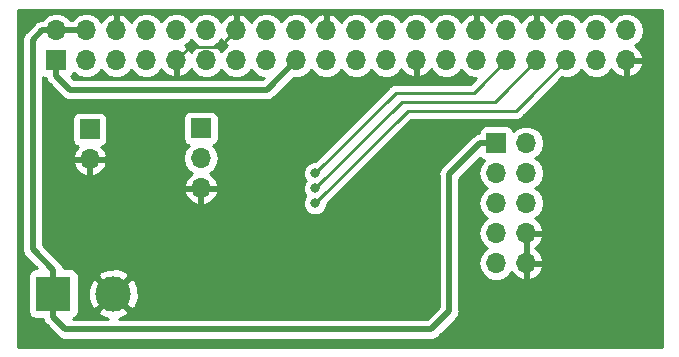
<source format=gbr>
G04 #@! TF.GenerationSoftware,KiCad,Pcbnew,(5.0.0)*
G04 #@! TF.CreationDate,2019-10-07T00:36:16+02:00*
G04 #@! TF.ProjectId,pizerospi,70697A65726F7370692E6B696361645F,rev?*
G04 #@! TF.SameCoordinates,Original*
G04 #@! TF.FileFunction,Copper,L2,Bot,Signal*
G04 #@! TF.FilePolarity,Positive*
%FSLAX46Y46*%
G04 Gerber Fmt 4.6, Leading zero omitted, Abs format (unit mm)*
G04 Created by KiCad (PCBNEW (5.0.0)) date 10/07/19 00:36:16*
%MOMM*%
%LPD*%
G01*
G04 APERTURE LIST*
G04 #@! TA.AperFunction,ComponentPad*
%ADD10O,1.700000X1.700000*%
G04 #@! TD*
G04 #@! TA.AperFunction,ComponentPad*
%ADD11R,1.700000X1.700000*%
G04 #@! TD*
G04 #@! TA.AperFunction,ComponentPad*
%ADD12C,3.000000*%
G04 #@! TD*
G04 #@! TA.AperFunction,ComponentPad*
%ADD13R,3.000000X3.000000*%
G04 #@! TD*
G04 #@! TA.AperFunction,ViaPad*
%ADD14C,0.800000*%
G04 #@! TD*
G04 #@! TA.AperFunction,Conductor*
%ADD15C,0.250000*%
G04 #@! TD*
G04 #@! TA.AperFunction,Conductor*
%ADD16C,0.500000*%
G04 #@! TD*
G04 #@! TA.AperFunction,Conductor*
%ADD17C,0.254000*%
G04 #@! TD*
G04 APERTURE END LIST*
D10*
G04 #@! TO.P,J1,10*
G04 #@! TO.N,PI_GND*
X61540000Y-38910000D03*
G04 #@! TO.P,J1,9*
G04 #@! TO.N,H75_MOSI*
X59000000Y-38910000D03*
G04 #@! TO.P,J1,8*
G04 #@! TO.N,PI_GND*
X61540000Y-36370000D03*
G04 #@! TO.P,J1,7*
G04 #@! TO.N,H75_SCK*
X59000000Y-36370000D03*
G04 #@! TO.P,J1,6*
G04 #@! TO.N,H75_SS*
X61540000Y-33830000D03*
G04 #@! TO.P,J1,5*
G04 #@! TO.N,H75_CLEAR*
X59000000Y-33830000D03*
G04 #@! TO.P,J1,4*
G04 #@! TO.N,H75_OE*
X61540000Y-31290000D03*
G04 #@! TO.P,J1,3*
G04 #@! TO.N,H75_SHIFT*
X59000000Y-31290000D03*
G04 #@! TO.P,J1,2*
G04 #@! TO.N,PI_5V*
X61540000Y-28750000D03*
D11*
G04 #@! TO.P,J1,1*
X59000000Y-28750000D03*
G04 #@! TD*
D10*
G04 #@! TO.P,J2,40*
G04 #@! TO.N,N/C*
X70010000Y-19210000D03*
G04 #@! TO.P,J2,39*
G04 #@! TO.N,PI_GND*
X70010000Y-21750000D03*
G04 #@! TO.P,J2,38*
G04 #@! TO.N,N/C*
X67470000Y-19210000D03*
G04 #@! TO.P,J2,37*
X67470000Y-21750000D03*
G04 #@! TO.P,J2,36*
X64930000Y-19210000D03*
G04 #@! TO.P,J2,35*
G04 #@! TO.N,PI_GPIO_19*
X64930000Y-21750000D03*
G04 #@! TO.P,J2,34*
G04 #@! TO.N,PI_GND*
X62390000Y-19210000D03*
G04 #@! TO.P,J2,33*
G04 #@! TO.N,PI_GPIO_13*
X62390000Y-21750000D03*
G04 #@! TO.P,J2,32*
G04 #@! TO.N,N/C*
X59850000Y-19210000D03*
G04 #@! TO.P,J2,31*
G04 #@! TO.N,PI_GPIO_06*
X59850000Y-21750000D03*
G04 #@! TO.P,J2,30*
G04 #@! TO.N,PI_GND*
X57310000Y-19210000D03*
G04 #@! TO.P,J2,29*
G04 #@! TO.N,PI_GPIO_05*
X57310000Y-21750000D03*
G04 #@! TO.P,J2,28*
G04 #@! TO.N,N/C*
X54770000Y-19210000D03*
G04 #@! TO.P,J2,27*
X54770000Y-21750000D03*
G04 #@! TO.P,J2,26*
X52230000Y-19210000D03*
G04 #@! TO.P,J2,25*
G04 #@! TO.N,PI_GND*
X52230000Y-21750000D03*
G04 #@! TO.P,J2,24*
G04 #@! TO.N,N/C*
X49690000Y-19210000D03*
G04 #@! TO.P,J2,23*
G04 #@! TO.N,PI_GPIO_11_SCLK*
X49690000Y-21750000D03*
G04 #@! TO.P,J2,22*
G04 #@! TO.N,N/C*
X47150000Y-19210000D03*
G04 #@! TO.P,J2,21*
X47150000Y-21750000D03*
G04 #@! TO.P,J2,20*
G04 #@! TO.N,PI_GND*
X44610000Y-19210000D03*
G04 #@! TO.P,J2,19*
G04 #@! TO.N,PI_GPIO_10_MOSI*
X44610000Y-21750000D03*
G04 #@! TO.P,J2,18*
G04 #@! TO.N,N/C*
X42070000Y-19210000D03*
G04 #@! TO.P,J2,17*
G04 #@! TO.N,PI_3V3*
X42070000Y-21750000D03*
G04 #@! TO.P,J2,16*
G04 #@! TO.N,N/C*
X39530000Y-19210000D03*
G04 #@! TO.P,J2,15*
X39530000Y-21750000D03*
G04 #@! TO.P,J2,14*
G04 #@! TO.N,PI_GND*
X36990000Y-19210000D03*
G04 #@! TO.P,J2,13*
G04 #@! TO.N,N/C*
X36990000Y-21750000D03*
G04 #@! TO.P,J2,12*
X34450000Y-19210000D03*
G04 #@! TO.P,J2,11*
X34450000Y-21750000D03*
G04 #@! TO.P,J2,10*
G04 #@! TO.N,PI_GPIO_15_RXD*
X31910000Y-19210000D03*
G04 #@! TO.P,J2,9*
G04 #@! TO.N,PI_GND*
X31910000Y-21750000D03*
G04 #@! TO.P,J2,8*
G04 #@! TO.N,PI_GPIO_14_TXD*
X29370000Y-19210000D03*
G04 #@! TO.P,J2,7*
G04 #@! TO.N,PI_GPIO_04*
X29370000Y-21750000D03*
G04 #@! TO.P,J2,6*
G04 #@! TO.N,PI_GND*
X26830000Y-19210000D03*
G04 #@! TO.P,J2,5*
G04 #@! TO.N,N/C*
X26830000Y-21750000D03*
G04 #@! TO.P,J2,4*
G04 #@! TO.N,PI_5V*
X24290000Y-19210000D03*
G04 #@! TO.P,J2,3*
G04 #@! TO.N,N/C*
X24290000Y-21750000D03*
G04 #@! TO.P,J2,2*
G04 #@! TO.N,PI_5V*
X21750000Y-19210000D03*
D11*
G04 #@! TO.P,J2,1*
G04 #@! TO.N,PI_3V3*
X21750000Y-21750000D03*
G04 #@! TD*
D12*
G04 #@! TO.P,J3,2*
G04 #@! TO.N,PI_GND*
X26580000Y-41500000D03*
D13*
G04 #@! TO.P,J3,1*
G04 #@! TO.N,PI_5V*
X21500000Y-41500000D03*
G04 #@! TD*
D10*
G04 #@! TO.P,J4,2*
G04 #@! TO.N,PI_GND*
X24575001Y-30115001D03*
D11*
G04 #@! TO.P,J4,1*
G04 #@! TO.N,PI_GPIO_04*
X24575001Y-27575001D03*
G04 #@! TD*
D10*
G04 #@! TO.P,J5,3*
G04 #@! TO.N,PI_GND*
X34000000Y-32580000D03*
G04 #@! TO.P,J5,2*
G04 #@! TO.N,PI_GPIO_15_RXD*
X34000000Y-30040000D03*
D11*
G04 #@! TO.P,J5,1*
G04 #@! TO.N,PI_GPIO_14_TXD*
X34000000Y-27500000D03*
G04 #@! TD*
D14*
G04 #@! TO.N,PI_GPIO_19*
X43655000Y-33845000D03*
G04 #@! TO.N,PI_GPIO_13*
X43675000Y-32575000D03*
G04 #@! TO.N,PI_GPIO_06*
X43695000Y-31305000D03*
G04 #@! TD*
D15*
G04 #@! TO.N,PI_GND*
X36140001Y-20059999D02*
X36990000Y-19210000D01*
X35625001Y-20574999D02*
X36140001Y-20059999D01*
X33085001Y-20574999D02*
X35625001Y-20574999D01*
X31910000Y-21750000D02*
X33085001Y-20574999D01*
D16*
G04 #@! TO.N,PI_5V*
X21750000Y-19210000D02*
X24290000Y-19210000D01*
X19757919Y-20000000D02*
X19757919Y-28757919D01*
X20547919Y-19210000D02*
X19757919Y-20000000D01*
X21750000Y-19210000D02*
X20547919Y-19210000D01*
X19757919Y-37757919D02*
X19757919Y-28757919D01*
X21500000Y-39500000D02*
X19757919Y-37757919D01*
X21500000Y-41500000D02*
X21500000Y-39500000D01*
X22500000Y-44500000D02*
X53500000Y-44500000D01*
X21500000Y-43500000D02*
X22500000Y-44500000D01*
X21500000Y-41500000D02*
X21500000Y-43500000D01*
X53500000Y-44500000D02*
X55000000Y-43000000D01*
X57650000Y-28750000D02*
X59000000Y-28750000D01*
X55000000Y-31400000D02*
X57650000Y-28750000D01*
X55000000Y-43000000D02*
X55000000Y-31400000D01*
D15*
G04 #@! TO.N,PI_GPIO_19*
X64930000Y-21750000D02*
X61680000Y-25000000D01*
X60680000Y-26000000D02*
X61680000Y-25000000D01*
X51500000Y-26000000D02*
X60680000Y-26000000D01*
X51500000Y-26000000D02*
X43655000Y-33845000D01*
G04 #@! TO.N,PI_GPIO_13*
X62390000Y-21750000D02*
X59640000Y-24500000D01*
X58890000Y-25250000D02*
X59640000Y-24500000D01*
X51000000Y-25250000D02*
X58890000Y-25250000D01*
X51000000Y-25250000D02*
X43675000Y-32575000D01*
G04 #@! TO.N,PI_GPIO_06*
X57600000Y-24000000D02*
X59850000Y-21750000D01*
X57100000Y-24500000D02*
X57600000Y-24000000D01*
X50500000Y-24500000D02*
X57100000Y-24500000D01*
X43695000Y-31305000D02*
X50500000Y-24500000D01*
D16*
G04 #@! TO.N,PI_3V3*
X42070000Y-21750000D02*
X39570000Y-24250000D01*
X21750000Y-23100000D02*
X21750000Y-21750000D01*
X22900000Y-24250000D02*
X21750000Y-23100000D01*
X39570000Y-24250000D02*
X22900000Y-24250000D01*
G04 #@! TD*
D17*
G04 #@! TO.N,PI_GND*
G36*
X73015000Y-46015000D02*
X18485000Y-46015000D01*
X18485000Y-20000000D01*
X18855582Y-20000000D01*
X18872919Y-20087161D01*
X18872920Y-28670754D01*
X18872919Y-37670758D01*
X18855582Y-37757919D01*
X18872919Y-37845080D01*
X18872919Y-37845083D01*
X18924267Y-38103228D01*
X19119870Y-38395968D01*
X19193766Y-38445344D01*
X20100981Y-39352560D01*
X20000000Y-39352560D01*
X19752235Y-39401843D01*
X19542191Y-39542191D01*
X19401843Y-39752235D01*
X19352560Y-40000000D01*
X19352560Y-43000000D01*
X19401843Y-43247765D01*
X19542191Y-43457809D01*
X19752235Y-43598157D01*
X20000000Y-43647440D01*
X20626990Y-43647440D01*
X20666348Y-43845309D01*
X20812576Y-44064154D01*
X20812578Y-44064156D01*
X20861952Y-44138049D01*
X20935845Y-44187423D01*
X21812577Y-45064156D01*
X21861951Y-45138049D01*
X21935844Y-45187423D01*
X21935845Y-45187424D01*
X22154690Y-45333652D01*
X22412835Y-45385000D01*
X22412839Y-45385000D01*
X22500000Y-45402337D01*
X22587161Y-45385000D01*
X53412839Y-45385000D01*
X53500000Y-45402337D01*
X53587161Y-45385000D01*
X53587165Y-45385000D01*
X53845310Y-45333652D01*
X54138049Y-45138049D01*
X54187425Y-45064153D01*
X55564156Y-43687423D01*
X55638049Y-43638049D01*
X55833652Y-43345310D01*
X55885000Y-43087165D01*
X55885000Y-43087161D01*
X55902337Y-43000001D01*
X55885000Y-42912841D01*
X55885000Y-31766578D01*
X57652769Y-29998810D01*
X57692191Y-30057809D01*
X57902235Y-30198157D01*
X57947619Y-30207184D01*
X57929375Y-30219375D01*
X57601161Y-30710582D01*
X57485908Y-31290000D01*
X57601161Y-31869418D01*
X57929375Y-32360625D01*
X58227761Y-32560000D01*
X57929375Y-32759375D01*
X57601161Y-33250582D01*
X57485908Y-33830000D01*
X57601161Y-34409418D01*
X57929375Y-34900625D01*
X58227761Y-35100000D01*
X57929375Y-35299375D01*
X57601161Y-35790582D01*
X57485908Y-36370000D01*
X57601161Y-36949418D01*
X57929375Y-37440625D01*
X58227761Y-37640000D01*
X57929375Y-37839375D01*
X57601161Y-38330582D01*
X57485908Y-38910000D01*
X57601161Y-39489418D01*
X57929375Y-39980625D01*
X58420582Y-40308839D01*
X58853744Y-40395000D01*
X59146256Y-40395000D01*
X59579418Y-40308839D01*
X60070625Y-39980625D01*
X60271353Y-39680214D01*
X60658642Y-40105183D01*
X61183108Y-40351486D01*
X61413000Y-40230819D01*
X61413000Y-39037000D01*
X61667000Y-39037000D01*
X61667000Y-40230819D01*
X61896892Y-40351486D01*
X62421358Y-40105183D01*
X62811645Y-39676924D01*
X62981476Y-39266890D01*
X62860155Y-39037000D01*
X61667000Y-39037000D01*
X61413000Y-39037000D01*
X61393000Y-39037000D01*
X61393000Y-38783000D01*
X61413000Y-38783000D01*
X61413000Y-36497000D01*
X61667000Y-36497000D01*
X61667000Y-38783000D01*
X62860155Y-38783000D01*
X62981476Y-38553110D01*
X62811645Y-38143076D01*
X62421358Y-37714817D01*
X62262046Y-37640000D01*
X62421358Y-37565183D01*
X62811645Y-37136924D01*
X62981476Y-36726890D01*
X62860155Y-36497000D01*
X61667000Y-36497000D01*
X61413000Y-36497000D01*
X61393000Y-36497000D01*
X61393000Y-36243000D01*
X61413000Y-36243000D01*
X61413000Y-36223000D01*
X61667000Y-36223000D01*
X61667000Y-36243000D01*
X62860155Y-36243000D01*
X62981476Y-36013110D01*
X62811645Y-35603076D01*
X62421358Y-35174817D01*
X62291522Y-35113843D01*
X62610625Y-34900625D01*
X62938839Y-34409418D01*
X63054092Y-33830000D01*
X62938839Y-33250582D01*
X62610625Y-32759375D01*
X62312239Y-32560000D01*
X62610625Y-32360625D01*
X62938839Y-31869418D01*
X63054092Y-31290000D01*
X62938839Y-30710582D01*
X62610625Y-30219375D01*
X62312239Y-30020000D01*
X62610625Y-29820625D01*
X62938839Y-29329418D01*
X63054092Y-28750000D01*
X62938839Y-28170582D01*
X62610625Y-27679375D01*
X62119418Y-27351161D01*
X61686256Y-27265000D01*
X61393744Y-27265000D01*
X60960582Y-27351161D01*
X60469375Y-27679375D01*
X60457184Y-27697619D01*
X60448157Y-27652235D01*
X60307809Y-27442191D01*
X60097765Y-27301843D01*
X59850000Y-27252560D01*
X58150000Y-27252560D01*
X57902235Y-27301843D01*
X57692191Y-27442191D01*
X57551843Y-27652235D01*
X57507326Y-27876041D01*
X57304690Y-27916348D01*
X57085845Y-28062576D01*
X57085844Y-28062577D01*
X57011951Y-28111951D01*
X56962577Y-28185844D01*
X54435845Y-30712577D01*
X54361952Y-30761951D01*
X54312578Y-30835844D01*
X54312576Y-30835846D01*
X54166348Y-31054691D01*
X54097663Y-31400000D01*
X54115001Y-31487165D01*
X54115000Y-42633421D01*
X53133422Y-43615000D01*
X27073143Y-43615000D01*
X27754582Y-43332739D01*
X27914365Y-43013970D01*
X26580000Y-41679605D01*
X25245635Y-43013970D01*
X25405418Y-43332739D01*
X26125466Y-43615000D01*
X23163089Y-43615000D01*
X23247765Y-43598157D01*
X23457809Y-43457809D01*
X23598157Y-43247765D01*
X23647440Y-43000000D01*
X23647440Y-41116187D01*
X24437277Y-41116187D01*
X24453503Y-41965387D01*
X24747261Y-42674582D01*
X25066030Y-42834365D01*
X26400395Y-41500000D01*
X26759605Y-41500000D01*
X28093970Y-42834365D01*
X28412739Y-42674582D01*
X28722723Y-41883813D01*
X28706497Y-41034613D01*
X28412739Y-40325418D01*
X28093970Y-40165635D01*
X26759605Y-41500000D01*
X26400395Y-41500000D01*
X25066030Y-40165635D01*
X24747261Y-40325418D01*
X24437277Y-41116187D01*
X23647440Y-41116187D01*
X23647440Y-40000000D01*
X23644662Y-39986030D01*
X25245635Y-39986030D01*
X26580000Y-41320395D01*
X27914365Y-39986030D01*
X27754582Y-39667261D01*
X26963813Y-39357277D01*
X26114613Y-39373503D01*
X25405418Y-39667261D01*
X25245635Y-39986030D01*
X23644662Y-39986030D01*
X23598157Y-39752235D01*
X23457809Y-39542191D01*
X23247765Y-39401843D01*
X23000000Y-39352560D01*
X22373011Y-39352560D01*
X22333652Y-39154690D01*
X22138049Y-38861951D01*
X22064156Y-38812577D01*
X20642919Y-37391341D01*
X20642919Y-32936890D01*
X32558524Y-32936890D01*
X32728355Y-33346924D01*
X33118642Y-33775183D01*
X33643108Y-34021486D01*
X33873000Y-33900819D01*
X33873000Y-32707000D01*
X34127000Y-32707000D01*
X34127000Y-33900819D01*
X34356892Y-34021486D01*
X34881358Y-33775183D01*
X35271645Y-33346924D01*
X35441476Y-32936890D01*
X35320155Y-32707000D01*
X34127000Y-32707000D01*
X33873000Y-32707000D01*
X32679845Y-32707000D01*
X32558524Y-32936890D01*
X20642919Y-32936890D01*
X20642919Y-30471891D01*
X23133525Y-30471891D01*
X23303356Y-30881925D01*
X23693643Y-31310184D01*
X24218109Y-31556487D01*
X24448001Y-31435820D01*
X24448001Y-30242001D01*
X24702001Y-30242001D01*
X24702001Y-31435820D01*
X24931893Y-31556487D01*
X25456359Y-31310184D01*
X25846646Y-30881925D01*
X26016477Y-30471891D01*
X25895156Y-30242001D01*
X24702001Y-30242001D01*
X24448001Y-30242001D01*
X23254846Y-30242001D01*
X23133525Y-30471891D01*
X20642919Y-30471891D01*
X20642919Y-30040000D01*
X32485908Y-30040000D01*
X32601161Y-30619418D01*
X32929375Y-31110625D01*
X33248478Y-31323843D01*
X33118642Y-31384817D01*
X32728355Y-31813076D01*
X32558524Y-32223110D01*
X32679845Y-32453000D01*
X33873000Y-32453000D01*
X33873000Y-32433000D01*
X34127000Y-32433000D01*
X34127000Y-32453000D01*
X35320155Y-32453000D01*
X35441476Y-32223110D01*
X35271645Y-31813076D01*
X34881358Y-31384817D01*
X34751522Y-31323843D01*
X35070625Y-31110625D01*
X35398839Y-30619418D01*
X35514092Y-30040000D01*
X35398839Y-29460582D01*
X35070625Y-28969375D01*
X35052381Y-28957184D01*
X35097765Y-28948157D01*
X35307809Y-28807809D01*
X35448157Y-28597765D01*
X35497440Y-28350000D01*
X35497440Y-26650000D01*
X35448157Y-26402235D01*
X35307809Y-26192191D01*
X35097765Y-26051843D01*
X34850000Y-26002560D01*
X33150000Y-26002560D01*
X32902235Y-26051843D01*
X32692191Y-26192191D01*
X32551843Y-26402235D01*
X32502560Y-26650000D01*
X32502560Y-28350000D01*
X32551843Y-28597765D01*
X32692191Y-28807809D01*
X32902235Y-28948157D01*
X32947619Y-28957184D01*
X32929375Y-28969375D01*
X32601161Y-29460582D01*
X32485908Y-30040000D01*
X20642919Y-30040000D01*
X20642919Y-26725001D01*
X23077561Y-26725001D01*
X23077561Y-28425001D01*
X23126844Y-28672766D01*
X23267192Y-28882810D01*
X23477236Y-29023158D01*
X23580709Y-29043740D01*
X23303356Y-29348077D01*
X23133525Y-29758111D01*
X23254846Y-29988001D01*
X24448001Y-29988001D01*
X24448001Y-29968001D01*
X24702001Y-29968001D01*
X24702001Y-29988001D01*
X25895156Y-29988001D01*
X26016477Y-29758111D01*
X25846646Y-29348077D01*
X25569293Y-29043740D01*
X25672766Y-29023158D01*
X25882810Y-28882810D01*
X26023158Y-28672766D01*
X26072441Y-28425001D01*
X26072441Y-26725001D01*
X26023158Y-26477236D01*
X25882810Y-26267192D01*
X25672766Y-26126844D01*
X25425001Y-26077561D01*
X23725001Y-26077561D01*
X23477236Y-26126844D01*
X23267192Y-26267192D01*
X23126844Y-26477236D01*
X23077561Y-26725001D01*
X20642919Y-26725001D01*
X20642919Y-23191932D01*
X20652235Y-23198157D01*
X20876042Y-23242674D01*
X20916348Y-23445309D01*
X21111951Y-23738049D01*
X21185847Y-23787425D01*
X22212577Y-24814156D01*
X22261951Y-24888049D01*
X22335844Y-24937423D01*
X22335845Y-24937424D01*
X22501227Y-25047929D01*
X22554690Y-25083652D01*
X22812835Y-25135000D01*
X22812839Y-25135000D01*
X22900000Y-25152337D01*
X22987161Y-25135000D01*
X39482839Y-25135000D01*
X39570000Y-25152337D01*
X39657161Y-25135000D01*
X39657165Y-25135000D01*
X39915310Y-25083652D01*
X40208049Y-24888049D01*
X40257425Y-24814153D01*
X41851040Y-23220538D01*
X41923744Y-23235000D01*
X42216256Y-23235000D01*
X42649418Y-23148839D01*
X43140625Y-22820625D01*
X43340000Y-22522239D01*
X43539375Y-22820625D01*
X44030582Y-23148839D01*
X44463744Y-23235000D01*
X44756256Y-23235000D01*
X45189418Y-23148839D01*
X45680625Y-22820625D01*
X45880000Y-22522239D01*
X46079375Y-22820625D01*
X46570582Y-23148839D01*
X47003744Y-23235000D01*
X47296256Y-23235000D01*
X47729418Y-23148839D01*
X48220625Y-22820625D01*
X48420000Y-22522239D01*
X48619375Y-22820625D01*
X49110582Y-23148839D01*
X49543744Y-23235000D01*
X49836256Y-23235000D01*
X50269418Y-23148839D01*
X50760625Y-22820625D01*
X50973843Y-22501522D01*
X51034817Y-22631358D01*
X51463076Y-23021645D01*
X51873110Y-23191476D01*
X52103000Y-23070155D01*
X52103000Y-21877000D01*
X52083000Y-21877000D01*
X52083000Y-21623000D01*
X52103000Y-21623000D01*
X52103000Y-21603000D01*
X52357000Y-21603000D01*
X52357000Y-21623000D01*
X52377000Y-21623000D01*
X52377000Y-21877000D01*
X52357000Y-21877000D01*
X52357000Y-23070155D01*
X52586890Y-23191476D01*
X52996924Y-23021645D01*
X53425183Y-22631358D01*
X53486157Y-22501522D01*
X53699375Y-22820625D01*
X54190582Y-23148839D01*
X54623744Y-23235000D01*
X54916256Y-23235000D01*
X55349418Y-23148839D01*
X55840625Y-22820625D01*
X56040000Y-22522239D01*
X56239375Y-22820625D01*
X56730582Y-23148839D01*
X57163744Y-23235000D01*
X57290199Y-23235000D01*
X57115530Y-23409669D01*
X57115527Y-23409671D01*
X56785199Y-23740000D01*
X50574846Y-23740000D01*
X50499999Y-23725112D01*
X50425152Y-23740000D01*
X50425148Y-23740000D01*
X50203463Y-23784096D01*
X50203461Y-23784097D01*
X50203462Y-23784097D01*
X50015526Y-23909671D01*
X50015524Y-23909673D01*
X49952071Y-23952071D01*
X49909673Y-24015524D01*
X43655199Y-30270000D01*
X43489126Y-30270000D01*
X43108720Y-30427569D01*
X42817569Y-30718720D01*
X42660000Y-31099126D01*
X42660000Y-31510874D01*
X42817569Y-31891280D01*
X42856289Y-31930000D01*
X42797569Y-31988720D01*
X42640000Y-32369126D01*
X42640000Y-32780874D01*
X42797569Y-33161280D01*
X42836289Y-33200000D01*
X42777569Y-33258720D01*
X42620000Y-33639126D01*
X42620000Y-34050874D01*
X42777569Y-34431280D01*
X43068720Y-34722431D01*
X43449126Y-34880000D01*
X43860874Y-34880000D01*
X44241280Y-34722431D01*
X44532431Y-34431280D01*
X44690000Y-34050874D01*
X44690000Y-33884801D01*
X51814803Y-26760000D01*
X60605153Y-26760000D01*
X60680000Y-26774888D01*
X60754847Y-26760000D01*
X60754852Y-26760000D01*
X60976537Y-26715904D01*
X61227929Y-26547929D01*
X61270331Y-26484470D01*
X62270329Y-25484473D01*
X62270331Y-25484470D01*
X64563592Y-23191209D01*
X64783744Y-23235000D01*
X65076256Y-23235000D01*
X65509418Y-23148839D01*
X66000625Y-22820625D01*
X66200000Y-22522239D01*
X66399375Y-22820625D01*
X66890582Y-23148839D01*
X67323744Y-23235000D01*
X67616256Y-23235000D01*
X68049418Y-23148839D01*
X68540625Y-22820625D01*
X68753843Y-22501522D01*
X68814817Y-22631358D01*
X69243076Y-23021645D01*
X69653110Y-23191476D01*
X69883000Y-23070155D01*
X69883000Y-21877000D01*
X70137000Y-21877000D01*
X70137000Y-23070155D01*
X70366890Y-23191476D01*
X70776924Y-23021645D01*
X71205183Y-22631358D01*
X71451486Y-22106892D01*
X71330819Y-21877000D01*
X70137000Y-21877000D01*
X69883000Y-21877000D01*
X69863000Y-21877000D01*
X69863000Y-21623000D01*
X69883000Y-21623000D01*
X69883000Y-21603000D01*
X70137000Y-21603000D01*
X70137000Y-21623000D01*
X71330819Y-21623000D01*
X71451486Y-21393108D01*
X71205183Y-20868642D01*
X70780214Y-20481353D01*
X71080625Y-20280625D01*
X71408839Y-19789418D01*
X71524092Y-19210000D01*
X71408839Y-18630582D01*
X71080625Y-18139375D01*
X70589418Y-17811161D01*
X70156256Y-17725000D01*
X69863744Y-17725000D01*
X69430582Y-17811161D01*
X68939375Y-18139375D01*
X68740000Y-18437761D01*
X68540625Y-18139375D01*
X68049418Y-17811161D01*
X67616256Y-17725000D01*
X67323744Y-17725000D01*
X66890582Y-17811161D01*
X66399375Y-18139375D01*
X66200000Y-18437761D01*
X66000625Y-18139375D01*
X65509418Y-17811161D01*
X65076256Y-17725000D01*
X64783744Y-17725000D01*
X64350582Y-17811161D01*
X63859375Y-18139375D01*
X63646157Y-18458478D01*
X63585183Y-18328642D01*
X63156924Y-17938355D01*
X62746890Y-17768524D01*
X62517000Y-17889845D01*
X62517000Y-19083000D01*
X62537000Y-19083000D01*
X62537000Y-19337000D01*
X62517000Y-19337000D01*
X62517000Y-19357000D01*
X62263000Y-19357000D01*
X62263000Y-19337000D01*
X62243000Y-19337000D01*
X62243000Y-19083000D01*
X62263000Y-19083000D01*
X62263000Y-17889845D01*
X62033110Y-17768524D01*
X61623076Y-17938355D01*
X61194817Y-18328642D01*
X61133843Y-18458478D01*
X60920625Y-18139375D01*
X60429418Y-17811161D01*
X59996256Y-17725000D01*
X59703744Y-17725000D01*
X59270582Y-17811161D01*
X58779375Y-18139375D01*
X58566157Y-18458478D01*
X58505183Y-18328642D01*
X58076924Y-17938355D01*
X57666890Y-17768524D01*
X57437000Y-17889845D01*
X57437000Y-19083000D01*
X57457000Y-19083000D01*
X57457000Y-19337000D01*
X57437000Y-19337000D01*
X57437000Y-19357000D01*
X57183000Y-19357000D01*
X57183000Y-19337000D01*
X57163000Y-19337000D01*
X57163000Y-19083000D01*
X57183000Y-19083000D01*
X57183000Y-17889845D01*
X56953110Y-17768524D01*
X56543076Y-17938355D01*
X56114817Y-18328642D01*
X56053843Y-18458478D01*
X55840625Y-18139375D01*
X55349418Y-17811161D01*
X54916256Y-17725000D01*
X54623744Y-17725000D01*
X54190582Y-17811161D01*
X53699375Y-18139375D01*
X53500000Y-18437761D01*
X53300625Y-18139375D01*
X52809418Y-17811161D01*
X52376256Y-17725000D01*
X52083744Y-17725000D01*
X51650582Y-17811161D01*
X51159375Y-18139375D01*
X50960000Y-18437761D01*
X50760625Y-18139375D01*
X50269418Y-17811161D01*
X49836256Y-17725000D01*
X49543744Y-17725000D01*
X49110582Y-17811161D01*
X48619375Y-18139375D01*
X48420000Y-18437761D01*
X48220625Y-18139375D01*
X47729418Y-17811161D01*
X47296256Y-17725000D01*
X47003744Y-17725000D01*
X46570582Y-17811161D01*
X46079375Y-18139375D01*
X45866157Y-18458478D01*
X45805183Y-18328642D01*
X45376924Y-17938355D01*
X44966890Y-17768524D01*
X44737000Y-17889845D01*
X44737000Y-19083000D01*
X44757000Y-19083000D01*
X44757000Y-19337000D01*
X44737000Y-19337000D01*
X44737000Y-19357000D01*
X44483000Y-19357000D01*
X44483000Y-19337000D01*
X44463000Y-19337000D01*
X44463000Y-19083000D01*
X44483000Y-19083000D01*
X44483000Y-17889845D01*
X44253110Y-17768524D01*
X43843076Y-17938355D01*
X43414817Y-18328642D01*
X43353843Y-18458478D01*
X43140625Y-18139375D01*
X42649418Y-17811161D01*
X42216256Y-17725000D01*
X41923744Y-17725000D01*
X41490582Y-17811161D01*
X40999375Y-18139375D01*
X40800000Y-18437761D01*
X40600625Y-18139375D01*
X40109418Y-17811161D01*
X39676256Y-17725000D01*
X39383744Y-17725000D01*
X38950582Y-17811161D01*
X38459375Y-18139375D01*
X38246157Y-18458478D01*
X38185183Y-18328642D01*
X37756924Y-17938355D01*
X37346890Y-17768524D01*
X37117000Y-17889845D01*
X37117000Y-19083000D01*
X37137000Y-19083000D01*
X37137000Y-19337000D01*
X37117000Y-19337000D01*
X37117000Y-19357000D01*
X36863000Y-19357000D01*
X36863000Y-19337000D01*
X36843000Y-19337000D01*
X36843000Y-19083000D01*
X36863000Y-19083000D01*
X36863000Y-17889845D01*
X36633110Y-17768524D01*
X36223076Y-17938355D01*
X35794817Y-18328642D01*
X35733843Y-18458478D01*
X35520625Y-18139375D01*
X35029418Y-17811161D01*
X34596256Y-17725000D01*
X34303744Y-17725000D01*
X33870582Y-17811161D01*
X33379375Y-18139375D01*
X33180000Y-18437761D01*
X32980625Y-18139375D01*
X32489418Y-17811161D01*
X32056256Y-17725000D01*
X31763744Y-17725000D01*
X31330582Y-17811161D01*
X30839375Y-18139375D01*
X30640000Y-18437761D01*
X30440625Y-18139375D01*
X29949418Y-17811161D01*
X29516256Y-17725000D01*
X29223744Y-17725000D01*
X28790582Y-17811161D01*
X28299375Y-18139375D01*
X28086157Y-18458478D01*
X28025183Y-18328642D01*
X27596924Y-17938355D01*
X27186890Y-17768524D01*
X26957000Y-17889845D01*
X26957000Y-19083000D01*
X26977000Y-19083000D01*
X26977000Y-19337000D01*
X26957000Y-19337000D01*
X26957000Y-19357000D01*
X26703000Y-19357000D01*
X26703000Y-19337000D01*
X26683000Y-19337000D01*
X26683000Y-19083000D01*
X26703000Y-19083000D01*
X26703000Y-17889845D01*
X26473110Y-17768524D01*
X26063076Y-17938355D01*
X25634817Y-18328642D01*
X25573843Y-18458478D01*
X25360625Y-18139375D01*
X24869418Y-17811161D01*
X24436256Y-17725000D01*
X24143744Y-17725000D01*
X23710582Y-17811161D01*
X23219375Y-18139375D01*
X23095344Y-18325000D01*
X22944656Y-18325000D01*
X22820625Y-18139375D01*
X22329418Y-17811161D01*
X21896256Y-17725000D01*
X21603744Y-17725000D01*
X21170582Y-17811161D01*
X20679375Y-18139375D01*
X20564698Y-18311001D01*
X20547919Y-18307663D01*
X20460758Y-18325000D01*
X20460754Y-18325000D01*
X20202609Y-18376348D01*
X19983764Y-18522576D01*
X19983763Y-18522577D01*
X19909870Y-18571951D01*
X19860496Y-18645844D01*
X19193766Y-19312575D01*
X19119870Y-19361951D01*
X18924267Y-19654691D01*
X18872919Y-19912836D01*
X18872919Y-19912839D01*
X18855582Y-20000000D01*
X18485000Y-20000000D01*
X18485000Y-17485000D01*
X73015001Y-17485000D01*
X73015000Y-46015000D01*
X73015000Y-46015000D01*
G37*
X73015000Y-46015000D02*
X18485000Y-46015000D01*
X18485000Y-20000000D01*
X18855582Y-20000000D01*
X18872919Y-20087161D01*
X18872920Y-28670754D01*
X18872919Y-37670758D01*
X18855582Y-37757919D01*
X18872919Y-37845080D01*
X18872919Y-37845083D01*
X18924267Y-38103228D01*
X19119870Y-38395968D01*
X19193766Y-38445344D01*
X20100981Y-39352560D01*
X20000000Y-39352560D01*
X19752235Y-39401843D01*
X19542191Y-39542191D01*
X19401843Y-39752235D01*
X19352560Y-40000000D01*
X19352560Y-43000000D01*
X19401843Y-43247765D01*
X19542191Y-43457809D01*
X19752235Y-43598157D01*
X20000000Y-43647440D01*
X20626990Y-43647440D01*
X20666348Y-43845309D01*
X20812576Y-44064154D01*
X20812578Y-44064156D01*
X20861952Y-44138049D01*
X20935845Y-44187423D01*
X21812577Y-45064156D01*
X21861951Y-45138049D01*
X21935844Y-45187423D01*
X21935845Y-45187424D01*
X22154690Y-45333652D01*
X22412835Y-45385000D01*
X22412839Y-45385000D01*
X22500000Y-45402337D01*
X22587161Y-45385000D01*
X53412839Y-45385000D01*
X53500000Y-45402337D01*
X53587161Y-45385000D01*
X53587165Y-45385000D01*
X53845310Y-45333652D01*
X54138049Y-45138049D01*
X54187425Y-45064153D01*
X55564156Y-43687423D01*
X55638049Y-43638049D01*
X55833652Y-43345310D01*
X55885000Y-43087165D01*
X55885000Y-43087161D01*
X55902337Y-43000001D01*
X55885000Y-42912841D01*
X55885000Y-31766578D01*
X57652769Y-29998810D01*
X57692191Y-30057809D01*
X57902235Y-30198157D01*
X57947619Y-30207184D01*
X57929375Y-30219375D01*
X57601161Y-30710582D01*
X57485908Y-31290000D01*
X57601161Y-31869418D01*
X57929375Y-32360625D01*
X58227761Y-32560000D01*
X57929375Y-32759375D01*
X57601161Y-33250582D01*
X57485908Y-33830000D01*
X57601161Y-34409418D01*
X57929375Y-34900625D01*
X58227761Y-35100000D01*
X57929375Y-35299375D01*
X57601161Y-35790582D01*
X57485908Y-36370000D01*
X57601161Y-36949418D01*
X57929375Y-37440625D01*
X58227761Y-37640000D01*
X57929375Y-37839375D01*
X57601161Y-38330582D01*
X57485908Y-38910000D01*
X57601161Y-39489418D01*
X57929375Y-39980625D01*
X58420582Y-40308839D01*
X58853744Y-40395000D01*
X59146256Y-40395000D01*
X59579418Y-40308839D01*
X60070625Y-39980625D01*
X60271353Y-39680214D01*
X60658642Y-40105183D01*
X61183108Y-40351486D01*
X61413000Y-40230819D01*
X61413000Y-39037000D01*
X61667000Y-39037000D01*
X61667000Y-40230819D01*
X61896892Y-40351486D01*
X62421358Y-40105183D01*
X62811645Y-39676924D01*
X62981476Y-39266890D01*
X62860155Y-39037000D01*
X61667000Y-39037000D01*
X61413000Y-39037000D01*
X61393000Y-39037000D01*
X61393000Y-38783000D01*
X61413000Y-38783000D01*
X61413000Y-36497000D01*
X61667000Y-36497000D01*
X61667000Y-38783000D01*
X62860155Y-38783000D01*
X62981476Y-38553110D01*
X62811645Y-38143076D01*
X62421358Y-37714817D01*
X62262046Y-37640000D01*
X62421358Y-37565183D01*
X62811645Y-37136924D01*
X62981476Y-36726890D01*
X62860155Y-36497000D01*
X61667000Y-36497000D01*
X61413000Y-36497000D01*
X61393000Y-36497000D01*
X61393000Y-36243000D01*
X61413000Y-36243000D01*
X61413000Y-36223000D01*
X61667000Y-36223000D01*
X61667000Y-36243000D01*
X62860155Y-36243000D01*
X62981476Y-36013110D01*
X62811645Y-35603076D01*
X62421358Y-35174817D01*
X62291522Y-35113843D01*
X62610625Y-34900625D01*
X62938839Y-34409418D01*
X63054092Y-33830000D01*
X62938839Y-33250582D01*
X62610625Y-32759375D01*
X62312239Y-32560000D01*
X62610625Y-32360625D01*
X62938839Y-31869418D01*
X63054092Y-31290000D01*
X62938839Y-30710582D01*
X62610625Y-30219375D01*
X62312239Y-30020000D01*
X62610625Y-29820625D01*
X62938839Y-29329418D01*
X63054092Y-28750000D01*
X62938839Y-28170582D01*
X62610625Y-27679375D01*
X62119418Y-27351161D01*
X61686256Y-27265000D01*
X61393744Y-27265000D01*
X60960582Y-27351161D01*
X60469375Y-27679375D01*
X60457184Y-27697619D01*
X60448157Y-27652235D01*
X60307809Y-27442191D01*
X60097765Y-27301843D01*
X59850000Y-27252560D01*
X58150000Y-27252560D01*
X57902235Y-27301843D01*
X57692191Y-27442191D01*
X57551843Y-27652235D01*
X57507326Y-27876041D01*
X57304690Y-27916348D01*
X57085845Y-28062576D01*
X57085844Y-28062577D01*
X57011951Y-28111951D01*
X56962577Y-28185844D01*
X54435845Y-30712577D01*
X54361952Y-30761951D01*
X54312578Y-30835844D01*
X54312576Y-30835846D01*
X54166348Y-31054691D01*
X54097663Y-31400000D01*
X54115001Y-31487165D01*
X54115000Y-42633421D01*
X53133422Y-43615000D01*
X27073143Y-43615000D01*
X27754582Y-43332739D01*
X27914365Y-43013970D01*
X26580000Y-41679605D01*
X25245635Y-43013970D01*
X25405418Y-43332739D01*
X26125466Y-43615000D01*
X23163089Y-43615000D01*
X23247765Y-43598157D01*
X23457809Y-43457809D01*
X23598157Y-43247765D01*
X23647440Y-43000000D01*
X23647440Y-41116187D01*
X24437277Y-41116187D01*
X24453503Y-41965387D01*
X24747261Y-42674582D01*
X25066030Y-42834365D01*
X26400395Y-41500000D01*
X26759605Y-41500000D01*
X28093970Y-42834365D01*
X28412739Y-42674582D01*
X28722723Y-41883813D01*
X28706497Y-41034613D01*
X28412739Y-40325418D01*
X28093970Y-40165635D01*
X26759605Y-41500000D01*
X26400395Y-41500000D01*
X25066030Y-40165635D01*
X24747261Y-40325418D01*
X24437277Y-41116187D01*
X23647440Y-41116187D01*
X23647440Y-40000000D01*
X23644662Y-39986030D01*
X25245635Y-39986030D01*
X26580000Y-41320395D01*
X27914365Y-39986030D01*
X27754582Y-39667261D01*
X26963813Y-39357277D01*
X26114613Y-39373503D01*
X25405418Y-39667261D01*
X25245635Y-39986030D01*
X23644662Y-39986030D01*
X23598157Y-39752235D01*
X23457809Y-39542191D01*
X23247765Y-39401843D01*
X23000000Y-39352560D01*
X22373011Y-39352560D01*
X22333652Y-39154690D01*
X22138049Y-38861951D01*
X22064156Y-38812577D01*
X20642919Y-37391341D01*
X20642919Y-32936890D01*
X32558524Y-32936890D01*
X32728355Y-33346924D01*
X33118642Y-33775183D01*
X33643108Y-34021486D01*
X33873000Y-33900819D01*
X33873000Y-32707000D01*
X34127000Y-32707000D01*
X34127000Y-33900819D01*
X34356892Y-34021486D01*
X34881358Y-33775183D01*
X35271645Y-33346924D01*
X35441476Y-32936890D01*
X35320155Y-32707000D01*
X34127000Y-32707000D01*
X33873000Y-32707000D01*
X32679845Y-32707000D01*
X32558524Y-32936890D01*
X20642919Y-32936890D01*
X20642919Y-30471891D01*
X23133525Y-30471891D01*
X23303356Y-30881925D01*
X23693643Y-31310184D01*
X24218109Y-31556487D01*
X24448001Y-31435820D01*
X24448001Y-30242001D01*
X24702001Y-30242001D01*
X24702001Y-31435820D01*
X24931893Y-31556487D01*
X25456359Y-31310184D01*
X25846646Y-30881925D01*
X26016477Y-30471891D01*
X25895156Y-30242001D01*
X24702001Y-30242001D01*
X24448001Y-30242001D01*
X23254846Y-30242001D01*
X23133525Y-30471891D01*
X20642919Y-30471891D01*
X20642919Y-30040000D01*
X32485908Y-30040000D01*
X32601161Y-30619418D01*
X32929375Y-31110625D01*
X33248478Y-31323843D01*
X33118642Y-31384817D01*
X32728355Y-31813076D01*
X32558524Y-32223110D01*
X32679845Y-32453000D01*
X33873000Y-32453000D01*
X33873000Y-32433000D01*
X34127000Y-32433000D01*
X34127000Y-32453000D01*
X35320155Y-32453000D01*
X35441476Y-32223110D01*
X35271645Y-31813076D01*
X34881358Y-31384817D01*
X34751522Y-31323843D01*
X35070625Y-31110625D01*
X35398839Y-30619418D01*
X35514092Y-30040000D01*
X35398839Y-29460582D01*
X35070625Y-28969375D01*
X35052381Y-28957184D01*
X35097765Y-28948157D01*
X35307809Y-28807809D01*
X35448157Y-28597765D01*
X35497440Y-28350000D01*
X35497440Y-26650000D01*
X35448157Y-26402235D01*
X35307809Y-26192191D01*
X35097765Y-26051843D01*
X34850000Y-26002560D01*
X33150000Y-26002560D01*
X32902235Y-26051843D01*
X32692191Y-26192191D01*
X32551843Y-26402235D01*
X32502560Y-26650000D01*
X32502560Y-28350000D01*
X32551843Y-28597765D01*
X32692191Y-28807809D01*
X32902235Y-28948157D01*
X32947619Y-28957184D01*
X32929375Y-28969375D01*
X32601161Y-29460582D01*
X32485908Y-30040000D01*
X20642919Y-30040000D01*
X20642919Y-26725001D01*
X23077561Y-26725001D01*
X23077561Y-28425001D01*
X23126844Y-28672766D01*
X23267192Y-28882810D01*
X23477236Y-29023158D01*
X23580709Y-29043740D01*
X23303356Y-29348077D01*
X23133525Y-29758111D01*
X23254846Y-29988001D01*
X24448001Y-29988001D01*
X24448001Y-29968001D01*
X24702001Y-29968001D01*
X24702001Y-29988001D01*
X25895156Y-29988001D01*
X26016477Y-29758111D01*
X25846646Y-29348077D01*
X25569293Y-29043740D01*
X25672766Y-29023158D01*
X25882810Y-28882810D01*
X26023158Y-28672766D01*
X26072441Y-28425001D01*
X26072441Y-26725001D01*
X26023158Y-26477236D01*
X25882810Y-26267192D01*
X25672766Y-26126844D01*
X25425001Y-26077561D01*
X23725001Y-26077561D01*
X23477236Y-26126844D01*
X23267192Y-26267192D01*
X23126844Y-26477236D01*
X23077561Y-26725001D01*
X20642919Y-26725001D01*
X20642919Y-23191932D01*
X20652235Y-23198157D01*
X20876042Y-23242674D01*
X20916348Y-23445309D01*
X21111951Y-23738049D01*
X21185847Y-23787425D01*
X22212577Y-24814156D01*
X22261951Y-24888049D01*
X22335844Y-24937423D01*
X22335845Y-24937424D01*
X22501227Y-25047929D01*
X22554690Y-25083652D01*
X22812835Y-25135000D01*
X22812839Y-25135000D01*
X22900000Y-25152337D01*
X22987161Y-25135000D01*
X39482839Y-25135000D01*
X39570000Y-25152337D01*
X39657161Y-25135000D01*
X39657165Y-25135000D01*
X39915310Y-25083652D01*
X40208049Y-24888049D01*
X40257425Y-24814153D01*
X41851040Y-23220538D01*
X41923744Y-23235000D01*
X42216256Y-23235000D01*
X42649418Y-23148839D01*
X43140625Y-22820625D01*
X43340000Y-22522239D01*
X43539375Y-22820625D01*
X44030582Y-23148839D01*
X44463744Y-23235000D01*
X44756256Y-23235000D01*
X45189418Y-23148839D01*
X45680625Y-22820625D01*
X45880000Y-22522239D01*
X46079375Y-22820625D01*
X46570582Y-23148839D01*
X47003744Y-23235000D01*
X47296256Y-23235000D01*
X47729418Y-23148839D01*
X48220625Y-22820625D01*
X48420000Y-22522239D01*
X48619375Y-22820625D01*
X49110582Y-23148839D01*
X49543744Y-23235000D01*
X49836256Y-23235000D01*
X50269418Y-23148839D01*
X50760625Y-22820625D01*
X50973843Y-22501522D01*
X51034817Y-22631358D01*
X51463076Y-23021645D01*
X51873110Y-23191476D01*
X52103000Y-23070155D01*
X52103000Y-21877000D01*
X52083000Y-21877000D01*
X52083000Y-21623000D01*
X52103000Y-21623000D01*
X52103000Y-21603000D01*
X52357000Y-21603000D01*
X52357000Y-21623000D01*
X52377000Y-21623000D01*
X52377000Y-21877000D01*
X52357000Y-21877000D01*
X52357000Y-23070155D01*
X52586890Y-23191476D01*
X52996924Y-23021645D01*
X53425183Y-22631358D01*
X53486157Y-22501522D01*
X53699375Y-22820625D01*
X54190582Y-23148839D01*
X54623744Y-23235000D01*
X54916256Y-23235000D01*
X55349418Y-23148839D01*
X55840625Y-22820625D01*
X56040000Y-22522239D01*
X56239375Y-22820625D01*
X56730582Y-23148839D01*
X57163744Y-23235000D01*
X57290199Y-23235000D01*
X57115530Y-23409669D01*
X57115527Y-23409671D01*
X56785199Y-23740000D01*
X50574846Y-23740000D01*
X50499999Y-23725112D01*
X50425152Y-23740000D01*
X50425148Y-23740000D01*
X50203463Y-23784096D01*
X50203461Y-23784097D01*
X50203462Y-23784097D01*
X50015526Y-23909671D01*
X50015524Y-23909673D01*
X49952071Y-23952071D01*
X49909673Y-24015524D01*
X43655199Y-30270000D01*
X43489126Y-30270000D01*
X43108720Y-30427569D01*
X42817569Y-30718720D01*
X42660000Y-31099126D01*
X42660000Y-31510874D01*
X42817569Y-31891280D01*
X42856289Y-31930000D01*
X42797569Y-31988720D01*
X42640000Y-32369126D01*
X42640000Y-32780874D01*
X42797569Y-33161280D01*
X42836289Y-33200000D01*
X42777569Y-33258720D01*
X42620000Y-33639126D01*
X42620000Y-34050874D01*
X42777569Y-34431280D01*
X43068720Y-34722431D01*
X43449126Y-34880000D01*
X43860874Y-34880000D01*
X44241280Y-34722431D01*
X44532431Y-34431280D01*
X44690000Y-34050874D01*
X44690000Y-33884801D01*
X51814803Y-26760000D01*
X60605153Y-26760000D01*
X60680000Y-26774888D01*
X60754847Y-26760000D01*
X60754852Y-26760000D01*
X60976537Y-26715904D01*
X61227929Y-26547929D01*
X61270331Y-26484470D01*
X62270329Y-25484473D01*
X62270331Y-25484470D01*
X64563592Y-23191209D01*
X64783744Y-23235000D01*
X65076256Y-23235000D01*
X65509418Y-23148839D01*
X66000625Y-22820625D01*
X66200000Y-22522239D01*
X66399375Y-22820625D01*
X66890582Y-23148839D01*
X67323744Y-23235000D01*
X67616256Y-23235000D01*
X68049418Y-23148839D01*
X68540625Y-22820625D01*
X68753843Y-22501522D01*
X68814817Y-22631358D01*
X69243076Y-23021645D01*
X69653110Y-23191476D01*
X69883000Y-23070155D01*
X69883000Y-21877000D01*
X70137000Y-21877000D01*
X70137000Y-23070155D01*
X70366890Y-23191476D01*
X70776924Y-23021645D01*
X71205183Y-22631358D01*
X71451486Y-22106892D01*
X71330819Y-21877000D01*
X70137000Y-21877000D01*
X69883000Y-21877000D01*
X69863000Y-21877000D01*
X69863000Y-21623000D01*
X69883000Y-21623000D01*
X69883000Y-21603000D01*
X70137000Y-21603000D01*
X70137000Y-21623000D01*
X71330819Y-21623000D01*
X71451486Y-21393108D01*
X71205183Y-20868642D01*
X70780214Y-20481353D01*
X71080625Y-20280625D01*
X71408839Y-19789418D01*
X71524092Y-19210000D01*
X71408839Y-18630582D01*
X71080625Y-18139375D01*
X70589418Y-17811161D01*
X70156256Y-17725000D01*
X69863744Y-17725000D01*
X69430582Y-17811161D01*
X68939375Y-18139375D01*
X68740000Y-18437761D01*
X68540625Y-18139375D01*
X68049418Y-17811161D01*
X67616256Y-17725000D01*
X67323744Y-17725000D01*
X66890582Y-17811161D01*
X66399375Y-18139375D01*
X66200000Y-18437761D01*
X66000625Y-18139375D01*
X65509418Y-17811161D01*
X65076256Y-17725000D01*
X64783744Y-17725000D01*
X64350582Y-17811161D01*
X63859375Y-18139375D01*
X63646157Y-18458478D01*
X63585183Y-18328642D01*
X63156924Y-17938355D01*
X62746890Y-17768524D01*
X62517000Y-17889845D01*
X62517000Y-19083000D01*
X62537000Y-19083000D01*
X62537000Y-19337000D01*
X62517000Y-19337000D01*
X62517000Y-19357000D01*
X62263000Y-19357000D01*
X62263000Y-19337000D01*
X62243000Y-19337000D01*
X62243000Y-19083000D01*
X62263000Y-19083000D01*
X62263000Y-17889845D01*
X62033110Y-17768524D01*
X61623076Y-17938355D01*
X61194817Y-18328642D01*
X61133843Y-18458478D01*
X60920625Y-18139375D01*
X60429418Y-17811161D01*
X59996256Y-17725000D01*
X59703744Y-17725000D01*
X59270582Y-17811161D01*
X58779375Y-18139375D01*
X58566157Y-18458478D01*
X58505183Y-18328642D01*
X58076924Y-17938355D01*
X57666890Y-17768524D01*
X57437000Y-17889845D01*
X57437000Y-19083000D01*
X57457000Y-19083000D01*
X57457000Y-19337000D01*
X57437000Y-19337000D01*
X57437000Y-19357000D01*
X57183000Y-19357000D01*
X57183000Y-19337000D01*
X57163000Y-19337000D01*
X57163000Y-19083000D01*
X57183000Y-19083000D01*
X57183000Y-17889845D01*
X56953110Y-17768524D01*
X56543076Y-17938355D01*
X56114817Y-18328642D01*
X56053843Y-18458478D01*
X55840625Y-18139375D01*
X55349418Y-17811161D01*
X54916256Y-17725000D01*
X54623744Y-17725000D01*
X54190582Y-17811161D01*
X53699375Y-18139375D01*
X53500000Y-18437761D01*
X53300625Y-18139375D01*
X52809418Y-17811161D01*
X52376256Y-17725000D01*
X52083744Y-17725000D01*
X51650582Y-17811161D01*
X51159375Y-18139375D01*
X50960000Y-18437761D01*
X50760625Y-18139375D01*
X50269418Y-17811161D01*
X49836256Y-17725000D01*
X49543744Y-17725000D01*
X49110582Y-17811161D01*
X48619375Y-18139375D01*
X48420000Y-18437761D01*
X48220625Y-18139375D01*
X47729418Y-17811161D01*
X47296256Y-17725000D01*
X47003744Y-17725000D01*
X46570582Y-17811161D01*
X46079375Y-18139375D01*
X45866157Y-18458478D01*
X45805183Y-18328642D01*
X45376924Y-17938355D01*
X44966890Y-17768524D01*
X44737000Y-17889845D01*
X44737000Y-19083000D01*
X44757000Y-19083000D01*
X44757000Y-19337000D01*
X44737000Y-19337000D01*
X44737000Y-19357000D01*
X44483000Y-19357000D01*
X44483000Y-19337000D01*
X44463000Y-19337000D01*
X44463000Y-19083000D01*
X44483000Y-19083000D01*
X44483000Y-17889845D01*
X44253110Y-17768524D01*
X43843076Y-17938355D01*
X43414817Y-18328642D01*
X43353843Y-18458478D01*
X43140625Y-18139375D01*
X42649418Y-17811161D01*
X42216256Y-17725000D01*
X41923744Y-17725000D01*
X41490582Y-17811161D01*
X40999375Y-18139375D01*
X40800000Y-18437761D01*
X40600625Y-18139375D01*
X40109418Y-17811161D01*
X39676256Y-17725000D01*
X39383744Y-17725000D01*
X38950582Y-17811161D01*
X38459375Y-18139375D01*
X38246157Y-18458478D01*
X38185183Y-18328642D01*
X37756924Y-17938355D01*
X37346890Y-17768524D01*
X37117000Y-17889845D01*
X37117000Y-19083000D01*
X37137000Y-19083000D01*
X37137000Y-19337000D01*
X37117000Y-19337000D01*
X37117000Y-19357000D01*
X36863000Y-19357000D01*
X36863000Y-19337000D01*
X36843000Y-19337000D01*
X36843000Y-19083000D01*
X36863000Y-19083000D01*
X36863000Y-17889845D01*
X36633110Y-17768524D01*
X36223076Y-17938355D01*
X35794817Y-18328642D01*
X35733843Y-18458478D01*
X35520625Y-18139375D01*
X35029418Y-17811161D01*
X34596256Y-17725000D01*
X34303744Y-17725000D01*
X33870582Y-17811161D01*
X33379375Y-18139375D01*
X33180000Y-18437761D01*
X32980625Y-18139375D01*
X32489418Y-17811161D01*
X32056256Y-17725000D01*
X31763744Y-17725000D01*
X31330582Y-17811161D01*
X30839375Y-18139375D01*
X30640000Y-18437761D01*
X30440625Y-18139375D01*
X29949418Y-17811161D01*
X29516256Y-17725000D01*
X29223744Y-17725000D01*
X28790582Y-17811161D01*
X28299375Y-18139375D01*
X28086157Y-18458478D01*
X28025183Y-18328642D01*
X27596924Y-17938355D01*
X27186890Y-17768524D01*
X26957000Y-17889845D01*
X26957000Y-19083000D01*
X26977000Y-19083000D01*
X26977000Y-19337000D01*
X26957000Y-19337000D01*
X26957000Y-19357000D01*
X26703000Y-19357000D01*
X26703000Y-19337000D01*
X26683000Y-19337000D01*
X26683000Y-19083000D01*
X26703000Y-19083000D01*
X26703000Y-17889845D01*
X26473110Y-17768524D01*
X26063076Y-17938355D01*
X25634817Y-18328642D01*
X25573843Y-18458478D01*
X25360625Y-18139375D01*
X24869418Y-17811161D01*
X24436256Y-17725000D01*
X24143744Y-17725000D01*
X23710582Y-17811161D01*
X23219375Y-18139375D01*
X23095344Y-18325000D01*
X22944656Y-18325000D01*
X22820625Y-18139375D01*
X22329418Y-17811161D01*
X21896256Y-17725000D01*
X21603744Y-17725000D01*
X21170582Y-17811161D01*
X20679375Y-18139375D01*
X20564698Y-18311001D01*
X20547919Y-18307663D01*
X20460758Y-18325000D01*
X20460754Y-18325000D01*
X20202609Y-18376348D01*
X19983764Y-18522576D01*
X19983763Y-18522577D01*
X19909870Y-18571951D01*
X19860496Y-18645844D01*
X19193766Y-19312575D01*
X19119870Y-19361951D01*
X18924267Y-19654691D01*
X18872919Y-19912836D01*
X18872919Y-19912839D01*
X18855582Y-20000000D01*
X18485000Y-20000000D01*
X18485000Y-17485000D01*
X73015001Y-17485000D01*
X73015000Y-46015000D01*
G36*
X32037000Y-21623000D02*
X32057000Y-21623000D01*
X32057000Y-21877000D01*
X32037000Y-21877000D01*
X32037000Y-23070155D01*
X32266890Y-23191476D01*
X32676924Y-23021645D01*
X33105183Y-22631358D01*
X33166157Y-22501522D01*
X33379375Y-22820625D01*
X33870582Y-23148839D01*
X34303744Y-23235000D01*
X34596256Y-23235000D01*
X35029418Y-23148839D01*
X35520625Y-22820625D01*
X35720000Y-22522239D01*
X35919375Y-22820625D01*
X36410582Y-23148839D01*
X36843744Y-23235000D01*
X37136256Y-23235000D01*
X37569418Y-23148839D01*
X38060625Y-22820625D01*
X38260000Y-22522239D01*
X38459375Y-22820625D01*
X38950582Y-23148839D01*
X39341771Y-23226651D01*
X39203422Y-23365000D01*
X23266579Y-23365000D01*
X22998810Y-23097231D01*
X23057809Y-23057809D01*
X23198157Y-22847765D01*
X23207184Y-22802381D01*
X23219375Y-22820625D01*
X23710582Y-23148839D01*
X24143744Y-23235000D01*
X24436256Y-23235000D01*
X24869418Y-23148839D01*
X25360625Y-22820625D01*
X25560000Y-22522239D01*
X25759375Y-22820625D01*
X26250582Y-23148839D01*
X26683744Y-23235000D01*
X26976256Y-23235000D01*
X27409418Y-23148839D01*
X27900625Y-22820625D01*
X28100000Y-22522239D01*
X28299375Y-22820625D01*
X28790582Y-23148839D01*
X29223744Y-23235000D01*
X29516256Y-23235000D01*
X29949418Y-23148839D01*
X30440625Y-22820625D01*
X30653843Y-22501522D01*
X30714817Y-22631358D01*
X31143076Y-23021645D01*
X31553110Y-23191476D01*
X31783000Y-23070155D01*
X31783000Y-21877000D01*
X31763000Y-21877000D01*
X31763000Y-21623000D01*
X31783000Y-21623000D01*
X31783000Y-21603000D01*
X32037000Y-21603000D01*
X32037000Y-21623000D01*
X32037000Y-21623000D01*
G37*
X32037000Y-21623000D02*
X32057000Y-21623000D01*
X32057000Y-21877000D01*
X32037000Y-21877000D01*
X32037000Y-23070155D01*
X32266890Y-23191476D01*
X32676924Y-23021645D01*
X33105183Y-22631358D01*
X33166157Y-22501522D01*
X33379375Y-22820625D01*
X33870582Y-23148839D01*
X34303744Y-23235000D01*
X34596256Y-23235000D01*
X35029418Y-23148839D01*
X35520625Y-22820625D01*
X35720000Y-22522239D01*
X35919375Y-22820625D01*
X36410582Y-23148839D01*
X36843744Y-23235000D01*
X37136256Y-23235000D01*
X37569418Y-23148839D01*
X38060625Y-22820625D01*
X38260000Y-22522239D01*
X38459375Y-22820625D01*
X38950582Y-23148839D01*
X39341771Y-23226651D01*
X39203422Y-23365000D01*
X23266579Y-23365000D01*
X22998810Y-23097231D01*
X23057809Y-23057809D01*
X23198157Y-22847765D01*
X23207184Y-22802381D01*
X23219375Y-22820625D01*
X23710582Y-23148839D01*
X24143744Y-23235000D01*
X24436256Y-23235000D01*
X24869418Y-23148839D01*
X25360625Y-22820625D01*
X25560000Y-22522239D01*
X25759375Y-22820625D01*
X26250582Y-23148839D01*
X26683744Y-23235000D01*
X26976256Y-23235000D01*
X27409418Y-23148839D01*
X27900625Y-22820625D01*
X28100000Y-22522239D01*
X28299375Y-22820625D01*
X28790582Y-23148839D01*
X29223744Y-23235000D01*
X29516256Y-23235000D01*
X29949418Y-23148839D01*
X30440625Y-22820625D01*
X30653843Y-22501522D01*
X30714817Y-22631358D01*
X31143076Y-23021645D01*
X31553110Y-23191476D01*
X31783000Y-23070155D01*
X31783000Y-21877000D01*
X31763000Y-21877000D01*
X31763000Y-21623000D01*
X31783000Y-21623000D01*
X31783000Y-21603000D01*
X32037000Y-21603000D01*
X32037000Y-21623000D01*
G36*
X33379375Y-20280625D02*
X33677761Y-20480000D01*
X33379375Y-20679375D01*
X33166157Y-20998478D01*
X33105183Y-20868642D01*
X32680214Y-20481353D01*
X32980625Y-20280625D01*
X33180000Y-19982239D01*
X33379375Y-20280625D01*
X33379375Y-20280625D01*
G37*
X33379375Y-20280625D02*
X33677761Y-20480000D01*
X33379375Y-20679375D01*
X33166157Y-20998478D01*
X33105183Y-20868642D01*
X32680214Y-20481353D01*
X32980625Y-20280625D01*
X33180000Y-19982239D01*
X33379375Y-20280625D01*
G36*
X35794817Y-20091358D02*
X36219786Y-20478647D01*
X35919375Y-20679375D01*
X35720000Y-20977761D01*
X35520625Y-20679375D01*
X35222239Y-20480000D01*
X35520625Y-20280625D01*
X35733843Y-19961522D01*
X35794817Y-20091358D01*
X35794817Y-20091358D01*
G37*
X35794817Y-20091358D02*
X36219786Y-20478647D01*
X35919375Y-20679375D01*
X35720000Y-20977761D01*
X35520625Y-20679375D01*
X35222239Y-20480000D01*
X35520625Y-20280625D01*
X35733843Y-19961522D01*
X35794817Y-20091358D01*
G04 #@! TD*
M02*

</source>
